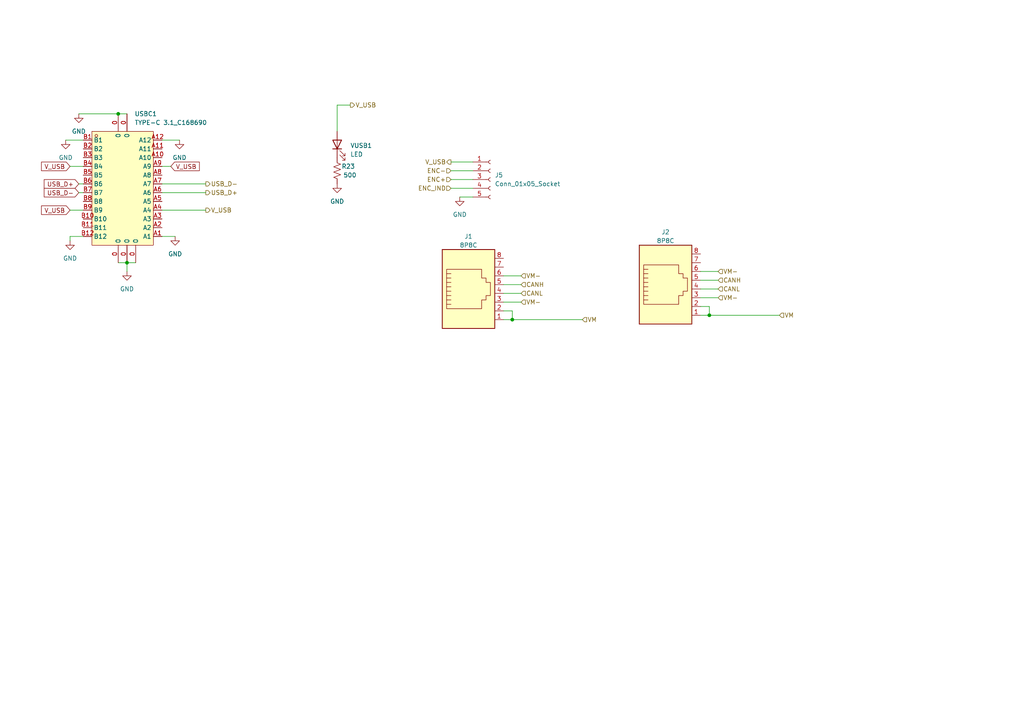
<source format=kicad_sch>
(kicad_sch (version 20231120) (generator "eeschema") (generator_version "8.0")
  (paper "A4")
  (lib_symbols
    (symbol "Connector:8P8C" (pin_names (offset 1.016))
      (property "Reference" "J" (at -5.08 13.97 0))
      (property "Value" "8P8C" (at 2.54 13.97 0))
      (symbol "8P8C_0_1"
        (polyline (pts (xy -5.08 4.445) (xy -6.35 4.445)))
        (polyline (pts (xy -5.08 5.715) (xy -6.35 5.715)))
        (polyline (pts (xy -6.35 -3.175) (xy -5.08 -3.175) (xy -5.08 -3.175)))
        (polyline (pts (xy -6.35 -1.905) (xy -5.08 -1.905) (xy -5.08 -1.905)))
        (polyline (pts (xy -6.35 -0.635) (xy -5.08 -0.635) (xy -5.08 -0.635)))
        (polyline (pts (xy -6.35 0.635) (xy -5.08 0.635) (xy -5.08 0.635)))
        (polyline (pts (xy -6.35 1.905) (xy -5.08 1.905) (xy -5.08 1.905)))
        (polyline (pts (xy -5.08 3.175) (xy -6.35 3.175) (xy -6.35 3.175)))
        (polyline (pts (xy -6.35 -4.445) (xy -6.35 6.985) (xy 3.81 6.985) (xy 3.81 4.445) (xy 5.08 4.445) (xy 5.08 3.175) (xy 6.35 3.175) (xy 6.35 -0.635) (xy 5.08 -0.635) (xy 5.08 -1.905) (xy 3.81 -1.905) (xy 3.81 -4.445) (xy -6.35 -4.445) (xy -6.35 -4.445)))
        (rectangle (start 7.62 12.7) (end -7.62 -10.16) (stroke (width 0.254)) (fill (type background)))
      )
      (symbol "8P8C_1_1"
        (pin passive line (at 10.16 -7.62 180) (length 2.54) (name "~") (number "1"))
        (pin passive line (at 10.16 -5.08 180) (length 2.54) (name "~") (number "2"))
        (pin passive line (at 10.16 -2.54 180) (length 2.54) (name "~") (number "3"))
        (pin passive line (at 10.16 0 180) (length 2.54) (name "~") (number "4"))
        (pin passive line (at 10.16 2.54 180) (length 2.54) (name "~") (number "5"))
        (pin passive line (at 10.16 5.08 180) (length 2.54) (name "~") (number "6"))
        (pin passive line (at 10.16 7.62 180) (length 2.54) (name "~") (number "7"))
        (pin passive line (at 10.16 10.16 180) (length 2.54) (name "~") (number "8"))
      )
    )
    (symbol "Connector:Conn_01x05_Socket" (pin_names (offset 1.016) hide)
      (property "Reference" "J" (at 0 7.62 0))
      (property "Value" "Conn_01x05_Socket" (at 0 -7.62 0))
      (symbol "Conn_01x05_Socket_1_1"
        (arc (start 0 -4.572) (mid -0.5058 -5.08) (end 0 -5.588) (stroke (width 0.1524)))
        (arc (start 0 -2.032) (mid -0.5058 -2.54) (end 0 -3.048) (stroke (width 0.1524)))
        (polyline (pts (xy -1.27 -5.08) (xy -0.508 -5.08)) (stroke (width 0.1524)))
        (polyline (pts (xy -1.27 -2.54) (xy -0.508 -2.54)) (stroke (width 0.1524)))
        (polyline (pts (xy -1.27 0) (xy -0.508 0)) (stroke (width 0.1524)))
        (polyline (pts (xy -1.27 2.54) (xy -0.508 2.54)) (stroke (width 0.1524)))
        (polyline (pts (xy -1.27 5.08) (xy -0.508 5.08)) (stroke (width 0.1524)))
        (arc (start 0 0.508) (mid -0.5058 0) (end 0 -0.508) (stroke (width 0.1524)))
        (arc (start 0 3.048) (mid -0.5058 2.54) (end 0 2.032) (stroke (width 0.1524)))
        (arc (start 0 5.588) (mid -0.5058 5.08) (end 0 4.572) (stroke (width 0.1524)))
        (pin passive line (at -5.08 5.08 0) (length 3.81) (name "Pin_1") (number "1"))
        (pin passive line (at -5.08 2.54 0) (length 3.81) (name "Pin_2") (number "2"))
        (pin passive line (at -5.08 0 0) (length 3.81) (name "Pin_3") (number "3"))
        (pin passive line (at -5.08 -2.54 0) (length 3.81) (name "Pin_4") (number "4"))
        (pin passive line (at -5.08 -5.08 0) (length 3.81) (name "Pin_5") (number "5"))
      )
    )
    (symbol "Device:LED" (pin_numbers hide) (pin_names (offset 1.016) hide)
      (property "Reference" "D" (at 0 2.54 0))
      (property "Value" "LED" (at 0 -2.54 0))
      (symbol "LED_0_1"
        (polyline (pts (xy -1.27 -1.27) (xy -1.27 1.27)) (stroke (width 0.254)))
        (polyline (pts (xy -1.27 0) (xy 1.27 0)))
        (polyline (pts (xy 1.27 -1.27) (xy 1.27 1.27) (xy -1.27 0) (xy 1.27 -1.27)) (stroke (width 0.254)))
        (polyline (pts (xy -3.048 -0.762) (xy -4.572 -2.286) (xy -3.81 -2.286) (xy -4.572 -2.286) (xy -4.572 -1.524)))
        (polyline (pts (xy -1.778 -0.762) (xy -3.302 -2.286) (xy -2.54 -2.286) (xy -3.302 -2.286) (xy -3.302 -1.524)))
      )
      (symbol "LED_1_1"
        (pin passive line (at -3.81 0 0) (length 2.54) (name "K") (number "1"))
        (pin passive line (at 3.81 0 180) (length 2.54) (name "A") (number "2"))
      )
    )
    (symbol "Device:R_US" (pin_numbers hide) (pin_names (offset 0))
      (property "Reference" "R" (at 2.54 0 90))
      (property "Value" "R_US" (at -2.54 0 90))
      (symbol "R_US_0_1"
        (polyline (pts (xy 0 -2.286) (xy 0 -2.54)))
        (polyline (pts (xy 0 2.286) (xy 0 2.54)))
        (polyline (pts (xy 0 -0.762) (xy 1.016 -1.143) (xy 0 -1.524) (xy -1.016 -1.905) (xy 0 -2.286)))
        (polyline (pts (xy 0 0.762) (xy 1.016 0.381) (xy 0 0) (xy -1.016 -0.381) (xy 0 -0.762)))
        (polyline (pts (xy 0 2.286) (xy 1.016 1.905) (xy 0 1.524) (xy -1.016 1.143) (xy 0 0.762)))
      )
      (symbol "R_US_1_1"
        (pin passive line (at 0 3.81 270) (length 1.27) (name "~") (number "1"))
        (pin passive line (at 0 -3.81 90) (length 1.27) (name "~") (number "2"))
      )
    )
    (symbol "easyeda2kicad:TYPE-C3.1_C168690"
      (property "Reference" "USBC" (at 0 26.67 0))
      (property "Value" "TYPE-C 3.1_C168690" (at 0 -26.67 0))
      (symbol "TYPE-C3.1_C168690_0_1"
        (rectangle (start -8.89 16.51) (end 8.89 -16.51) (fill (type background)))
        (circle (center -7.62 15.24) (radius 0.38))
        (pin unspecified line (at -1.27 -21.59 90) (length 5.08) (name "0") (number "0"))
        (pin unspecified line (at -1.27 21.59 270) (length 5.08) (name "0") (number "0"))
        (pin unspecified line (at 1.27 -21.59 90) (length 5.08) (name "0") (number "0"))
        (pin unspecified line (at 1.27 21.59 270) (length 5.08) (name "0") (number "0"))
        (pin unspecified line (at 3.81 -21.59 90) (length 5.08) (name "0") (number "0"))
        (pin unspecified line (at 11.43 -13.97 180) (length 2.54) (name "A1") (number "A1"))
        (pin unspecified line (at 11.43 8.89 180) (length 2.54) (name "A10") (number "A10"))
        (pin unspecified line (at 11.43 11.43 180) (length 2.54) (name "A11") (number "A11"))
        (pin unspecified line (at 11.43 13.97 180) (length 2.54) (name "A12") (number "A12"))
        (pin unspecified line (at 11.43 -11.43 180) (length 2.54) (name "A2") (number "A2"))
        (pin unspecified line (at 11.43 -8.89 180) (length 2.54) (name "A3") (number "A3"))
        (pin unspecified line (at 11.43 -6.35 180) (length 2.54) (name "A4") (number "A4"))
        (pin unspecified line (at 11.43 -3.81 180) (length 2.54) (name "A5") (number "A5"))
        (pin unspecified line (at 11.43 -1.27 180) (length 2.54) (name "A6") (number "A6"))
        (pin unspecified line (at 11.43 1.27 180) (length 2.54) (name "A7") (number "A7"))
        (pin unspecified line (at 11.43 3.81 180) (length 2.54) (name "A8") (number "A8"))
        (pin unspecified line (at 11.43 6.35 180) (length 2.54) (name "A9") (number "A9"))
        (pin unspecified line (at -11.43 13.97 0) (length 2.54) (name "B1") (number "B1"))
        (pin unspecified line (at -11.43 -8.89 0) (length 2.54) (name "B10") (number "B10"))
        (pin unspecified line (at -11.43 -11.43 0) (length 2.54) (name "B11") (number "B11"))
        (pin unspecified line (at -11.43 -13.97 0) (length 2.54) (name "B12") (number "B12"))
        (pin unspecified line (at -11.43 11.43 0) (length 2.54) (name "B2") (number "B2"))
        (pin unspecified line (at -11.43 8.89 0) (length 2.54) (name "B3") (number "B3"))
        (pin unspecified line (at -11.43 6.35 0) (length 2.54) (name "B4") (number "B4"))
        (pin unspecified line (at -11.43 3.81 0) (length 2.54) (name "B5") (number "B5"))
        (pin unspecified line (at -11.43 1.27 0) (length 2.54) (name "B6") (number "B6"))
        (pin unspecified line (at -11.43 -1.27 0) (length 2.54) (name "B7") (number "B7"))
        (pin unspecified line (at -11.43 -3.81 0) (length 2.54) (name "B8") (number "B8"))
        (pin unspecified line (at -11.43 -6.35 0) (length 2.54) (name "B9") (number "B9"))
      )
    )
    (symbol "power:GND" (power) (pin_names (offset 0))
      (property "Value" "GND" (at 0 -3.81 0))
      (symbol "GND_0_1"
        (polyline (pts (xy 0 0) (xy 0 -1.27) (xy 1.27 -1.27) (xy 0 -2.54) (xy -1.27 -1.27) (xy 0 -1.27)))
      )
      (symbol "GND_1_1"
        (pin power_in line (at 0 0 270) (length 0) hide (name "GND") (number "1"))
      )
    )
  )
  (junction (at 36.83 76.2))
  (junction (at 205.74 91.44))
  (junction (at 148.59 92.71))
  (junction (at 34.29 33.02))
  (wire (pts (xy 130.81 52.07) (xy 137.16 52.07)))
  (wire (pts (xy 205.74 91.44) (xy 226.06 91.44)))
  (wire (pts (xy 97.79 30.48) (xy 97.79 38.1)))
  (wire (pts (xy 46.99 68.58) (xy 50.8 68.58)))
  (wire (pts (xy 205.74 88.9) (xy 205.74 91.44)))
  (wire (pts (xy 146.05 90.17) (xy 148.59 90.17)))
  (wire (pts (xy 203.2 83.82) (xy 208.28 83.82)))
  (wire (pts (xy 36.83 76.2) (xy 36.83 78.74)))
  (wire (pts (xy 46.99 48.26) (xy 49.53 48.26)))
  (wire (pts (xy 130.81 54.61) (xy 137.16 54.61)))
  (wire (pts (xy 130.81 49.53) (xy 137.16 49.53)))
  (wire (pts (xy 146.05 85.09) (xy 151.13 85.09)))
  (wire (pts (xy 46.99 55.88) (xy 59.69 55.88)))
  (wire (pts (xy 146.05 92.71) (xy 148.59 92.71)))
  (wire (pts (xy 34.29 76.2) (xy 36.83 76.2)))
  (wire (pts (xy 133.35 57.15) (xy 137.16 57.15)))
  (wire (pts (xy 46.99 60.96) (xy 59.69 60.96)))
  (wire (pts (xy 20.32 60.96) (xy 24.13 60.96)))
  (wire (pts (xy 146.05 82.55) (xy 151.13 82.55)))
  (wire (pts (xy 20.32 68.58) (xy 20.32 69.85)))
  (wire (pts (xy 19.05 40.64) (xy 24.13 40.64)))
  (wire (pts (xy 203.2 81.28) (xy 208.28 81.28)))
  (wire (pts (xy 203.2 86.36) (xy 208.28 86.36)))
  (wire (pts (xy 20.32 48.26) (xy 24.13 48.26)))
  (wire (pts (xy 148.59 92.71) (xy 168.91 92.71)))
  (wire (pts (xy 97.79 30.48) (xy 101.6 30.48)))
  (wire (pts (xy 146.05 87.63) (xy 151.13 87.63)))
  (wire (pts (xy 22.86 55.88) (xy 24.13 55.88)))
  (wire (pts (xy 148.59 90.17) (xy 148.59 92.71)))
  (wire (pts (xy 130.81 46.99) (xy 137.16 46.99)))
  (wire (pts (xy 46.99 53.34) (xy 59.69 53.34)))
  (wire (pts (xy 203.2 88.9) (xy 205.74 88.9)))
  (wire (pts (xy 46.99 40.64) (xy 52.07 40.64)))
  (wire (pts (xy 146.05 80.01) (xy 151.13 80.01)))
  (wire (pts (xy 36.83 76.2) (xy 39.37 76.2)))
  (wire (pts (xy 203.2 78.74) (xy 208.28 78.74)))
  (wire (pts (xy 22.86 53.34) (xy 24.13 53.34)))
  (wire (pts (xy 22.86 33.02) (xy 34.29 33.02)))
  (wire (pts (xy 24.13 68.58) (xy 20.32 68.58)))
  (wire (pts (xy 34.29 33.02) (xy 36.83 33.02)))
  (wire (pts (xy 203.2 91.44) (xy 205.74 91.44)))
  (global_label "V_USB" (shape input) (at 49.53 48.26 0) (property "Intersheetrefs" "${INTERSHEET_REFS}" (effects (hide yes))))
  (global_label "V_USB" (shape input) (at 20.32 48.26 180) (property "Intersheetrefs" "${INTERSHEET_REFS}" (effects (hide yes))))
  (global_label "USB_D+" (shape input) (at 22.86 53.34 180) (property "Intersheetrefs" "${INTERSHEET_REFS}" (effects (hide yes))))
  (global_label "V_USB" (shape input) (at 20.32 60.96 180) (property "Intersheetrefs" "${INTERSHEET_REFS}" (effects (hide yes))))
  (global_label "USB_D-" (shape input) (at 22.86 55.88 180) (property "Intersheetrefs" "${INTERSHEET_REFS}" (effects (hide yes))))
  (hierarchical_label "VM" (shape input) (at 168.91 92.71 0))
  (hierarchical_label "USB_D+" (shape output) (at 59.69 55.88 0) (property "Intersheetrefs" "${INTERSHEET_REFS}" (effects (hide yes))))
  (hierarchical_label "ENC-" (shape input) (at 130.81 49.53 180))
  (hierarchical_label "CANH" (shape input) (at 208.28 81.28 0))
  (hierarchical_label "VM-" (shape input) (at 208.28 86.36 0))
  (hierarchical_label "CANL" (shape input) (at 151.13 85.09 0))
  (hierarchical_label "ENC_IND" (shape input) (at 130.81 54.61 180))
  (hierarchical_label "V_USB" (shape output) (at 59.69 60.96 0) (property "Intersheetrefs" "${INTERSHEET_REFS}" (effects (hide yes))))
  (hierarchical_label "V_USB" (shape output) (at 101.6 30.48 0) (property "Intersheetrefs" "${INTERSHEET_REFS}" (effects (hide yes))))
  (hierarchical_label "VM" (shape input) (at 226.06 91.44 0))
  (hierarchical_label "CANH" (shape input) (at 151.13 82.55 0))
  (hierarchical_label "V_USB" (shape output) (at 130.81 46.99 180) (property "Intersheetrefs" "${INTERSHEET_REFS}" (effects (hide yes))))
  (hierarchical_label "VM-" (shape input) (at 151.13 87.63 0))
  (hierarchical_label "CANL" (shape input) (at 208.28 83.82 0))
  (hierarchical_label "VM-" (shape input) (at 208.28 78.74 0))
  (hierarchical_label "USB_D-" (shape output) (at 59.69 53.34 0) (property "Intersheetrefs" "${INTERSHEET_REFS}" (effects (hide yes))))
  (hierarchical_label "VM-" (shape input) (at 151.13 80.01 0))
  (hierarchical_label "ENC+" (shape input) (at 130.81 52.07 180))
  (symbol (lib_id "Connector:8P8C") (at 135.89 85.09 0) (unit 1)
    (property "Reference" "J1" (at 135.89 68.58 0))
    (property "Value" "8P8C" (at 135.89 71.12 0))
    (property "Footprint" "Connector_RJ:RJ45_Amphenol_54602-x08_Horizontal" (effects (hide yes)))
  )
  (symbol (lib_id "power:GND") (at 97.79 53.34 0) (unit 1)
    (property "Reference" "#PWR033" (effects (hide yes)))
    (property "Value" "GND" (at 97.79 58.42 0))
  )
  (symbol (lib_id "Connector:8P8C") (at 193.04 83.82 0) (unit 1)
    (property "Reference" "J2" (at 193.04 67.31 0))
    (property "Value" "8P8C" (at 193.04 69.85 0))
    (property "Footprint" "Connector_RJ:RJ45_Amphenol_54602-x08_Horizontal" (effects (hide yes)))
  )
  (symbol (lib_id "power:GND") (at 52.07 40.64 0) (unit 1)
    (property "Reference" "#PWR042" (effects (hide yes)))
    (property "Value" "GND" (at 52.07 45.72 0))
  )
  (symbol (lib_id "Device:R_US") (at 97.79 49.53 180) (unit 1)
    (property "Reference" "R23" (at 99.06 48.26 0) (effects (justify right)))
    (property "Value" "500" (at 99.568 50.8 0) (effects (justify right)))
    (property "Footprint" "Resistor_SMD:R_0603_1608Metric" (effects (hide yes)))
    (property "Description" "Resistor, US symbol" (effects (hide yes)))
  )
  (symbol (lib_id "Device:LED") (at 97.79 41.91 90) (unit 1)
    (property "Reference" "VUSB1" (at 101.6 42.2274 90) (effects (justify right)))
    (property "Value" "LED" (at 101.6 44.7674 90) (effects (justify right)))
    (property "Footprint" "LED_SMD:LED_0603_1608Metric" (effects (hide yes)))
    (property "Description" "Light emitting diode" (effects (hide yes)))
  )
  (symbol (lib_id "power:GND") (at 36.83 78.74 0) (unit 1)
    (property "Reference" "#PWR022" (effects (hide yes)))
    (property "Value" "GND" (at 36.83 83.82 0))
  )
  (symbol (lib_id "power:GND") (at 20.32 69.85 0) (unit 1)
    (property "Reference" "#PWR041" (effects (hide yes)))
    (property "Value" "GND" (at 20.32 74.93 0))
  )
  (symbol (lib_id "power:GND") (at 50.8 68.58 0) (unit 1)
    (property "Reference" "#PWR040" (effects (hide yes)))
    (property "Value" "GND" (at 50.8 73.66 0))
  )
  (symbol (lib_id "Connector:Conn_01x05_Socket") (at 142.24 52.07 0) (unit 1)
    (property "Reference" "J5" (at 143.51 50.7999 0) (effects (justify left)))
    (property "Value" "Conn_01x05_Socket" (at 143.51 53.3399 0) (effects (justify left)))
    (property "Footprint" "Connector_PinHeader_1.00mm:PinHeader_1x05_P1.00mm_Vertical_SMD_Pin1Left" (effects (hide yes)))
    (property "Description" "Generic connector, single row, 01x05, script generated" (effects (hide yes)))
  )
  (symbol (lib_id "power:GND") (at 133.35 57.15 0) (unit 1)
    (property "Reference" "#PWR029" (effects (hide yes)))
    (property "Value" "GND" (at 133.35 62.23 0))
  )
  (symbol (lib_id "power:GND") (at 22.86 33.02 0) (unit 1)
    (property "Reference" "#PWR039" (effects (hide yes)))
    (property "Value" "GND" (at 22.86 38.1 0))
  )
  (symbol (lib_id "easyeda2kicad:TYPE-C3.1_C168690") (at 35.56 54.61 0) (unit 1)
    (property "Reference" "USBC1" (at 39.0241 33.02 0) (effects (justify left)))
    (property "Value" "TYPE-C 3.1_C168690" (at 39.0241 35.56 0) (effects (justify left)))
    (property "Footprint" "easyeda2kicad:USB-C-SMD_TYPE-C-USB-3" (effects (hide yes)))
    (property "Datasheet" "https://lcsc.com/product-detail/USB-Type-C_TYPE-C-3-1-Male-head-3-High-temperature_C168690.html" (effects (hide yes)))
    (property "LCSC Part" "C168690" (effects (hide yes)))
  )
  (symbol (lib_id "power:GND") (at 19.05 40.64 0) (unit 1)
    (property "Reference" "#PWR043" (effects (hide yes)))
    (property "Value" "GND" (at 19.05 45.72 0))
  )
)
</source>
